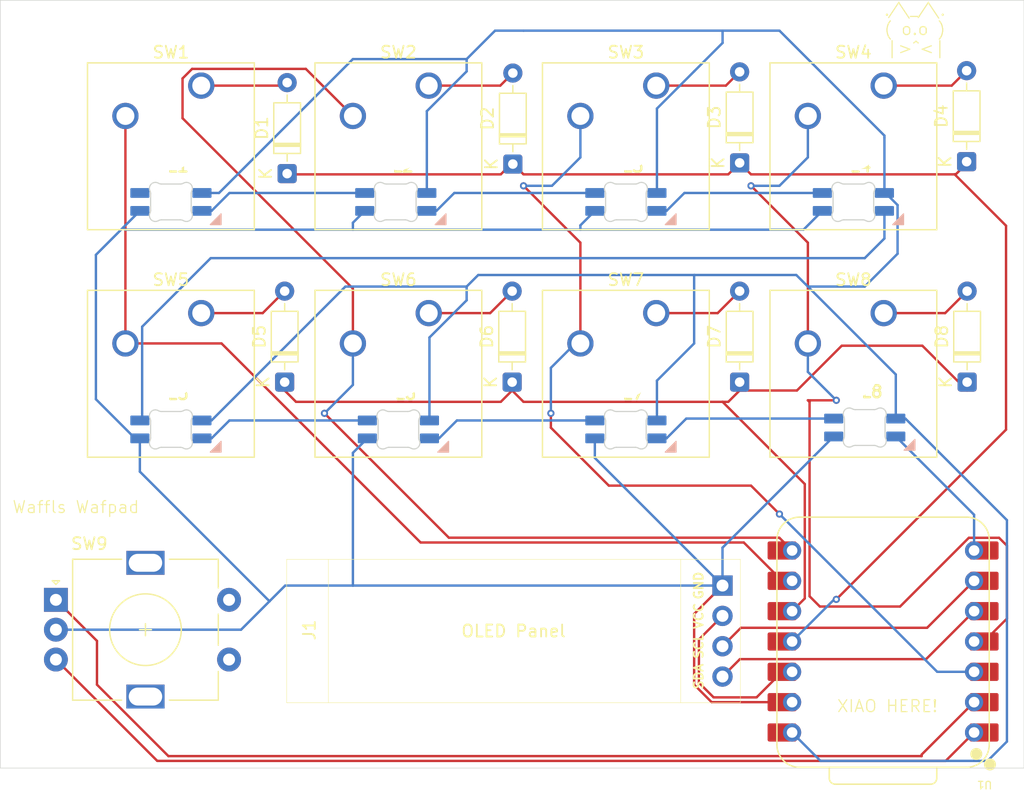
<source format=kicad_pcb>
(kicad_pcb (version 20241229) (generator "pcbnew") (generator_version "9.0")
  (layers (0 "F.Cu" signal) (2 "B.Cu" signal) (13 "F.Paste" user) (15 "B.Paste" user) (5 "F.SilkS" user "F.Silkscreen") (7 "B.SilkS" user "B.Silkscreen") (1 "F.Mask" user) (3 "B.Mask" user) (25 "Edge.Cuts" user))
  (net 0 "")
  (net 1 "GND")
  (net 2 "Net-(D1-A)")
  (net 3 "Net-(D2-A)")
  (net 4 "+5V")
  (net 5 "Net-(D3-A)")
  (net 6 "Net-(D4-A)")
  (net 7 "Net-(D5-A)")
  (net 8 "ROW0")
  (net 9 "Net-(D6-A)")
  (net 10 "Net-(D7-A)")
  (net 11 "Net-(D8-A)")
  (net 12 "ROW1")
  (net 13 "Net-(J1-Pin_4)")
  (net 14 "Net-(J1-Pin_3)")
  (net 15 "COL0")
  (net 16 "COL1")
  (net 17 "COL2")
  (net 18 "COL3")
  (net 20 "Net-(U1-GPIO26{slash}ADC0{slash}A0)")
  (net 22 "Net-(U1-GPIO27{slash}ADC1{slash}A1)")
  (net 23 "+3V3")
  (net 25 "Net-(L2-DIN)")
  (net 26 "Net-(L3-DIN)")
  (net 27 "Net-(L4-DIN)")
  (net 28 "Net-(L5-DIN)")
  (net 29 "Net-(L6-DIN)")
  (net 30 "Net-(L7-DIN)")
  (net 31 "Net-(L8-DIN)")
  (net 32 "Net-(L1-DIN)")
  (footprint "Diode_THT:D_DO-35_SOD27_P7.62mm_Horizontal" (layer "F.Cu") (at 158.59125 100.87125 90)
    (property "Reference" "D7")
    (property "Value" "1N4148WT")
  )
  (footprint "CarePackage:SK6812MINI-E_fixed" (layer "F.Cu") (at 110.96625 85.88375)
    (property "Reference" "L1")
    (property "Value" "SK6812MINI")
    (fp_line (start -1.699998 0.6) (end -1.699998 -0.805684) (stroke (width 0.1)) (layer "Edge.Cuts"))
    (fp_line (start -0.794451 -1.602841) (end 0.794454 -1.602841) (stroke (width 0.1)) (layer "Edge.Cuts"))
    (fp_line (start 0.794453 1.397158) (end -0.794451 1.397158) (stroke (width 0.1)) (layer "Edge.Cuts"))
    (fp_line (start 1.7 -0.805684) (end 1.7 0.6) (stroke (width 0.1)) (layer "Edge.Cuts"))
    (fp_arc (start -1.749483 -1.022562) (mid -1.712526 -0.91691) (end -1.699998 -0.805684) (stroke (width 0.1)) (layer "Edge.Cuts"))
    (fp_arc (start -1.749483 -1.022562) (mid -1.63807 -1.606877) (end -1.04671 -1.671141) (stroke (width 0.1)) (layer "Edge.Cuts"))
    (fp_arc (start -1.699998 0.600001) (mid -1.712526 0.711226) (end -1.749483 0.816878) (stroke (width 0.1)) (layer "Edge.Cuts"))
    (fp_arc (start -1.04671 1.465455) (mid -1.638069 1.401192) (end -1.749483 0.816878) (stroke (width 0.1)) (layer "Edge.Cuts"))
    (fp_arc (start -1.046709 1.465457) (mid -0.925121 1.414535) (end -0.794451 1.397158) (stroke (width 0.1)) (layer "Edge.Cuts"))
    (fp_arc (start -0.794452 -1.602842) (mid -0.925122 -1.620219) (end -1.04671 -1.671141) (stroke (width 0.1)) (layer "Edge.Cuts"))
    (fp_arc (start 0.794453 1.397158) (mid 0.925124 1.414535) (end 1.046712 1.465457) (stroke (width 0.1)) (layer "Edge.Cuts"))
    (fp_arc (start 1.046712 -1.67114) (mid 0.925124 -1.620218) (end 0.794454 -1.602841) (stroke (width 0.1)) (layer "Edge.Cuts"))
    (fp_arc (start 1.046712 -1.67114) (mid 1.638072 -1.606876) (end 1.749485 -1.022562) (stroke (width 0.1)) (layer "Edge.Cuts"))
    (fp_arc (start 1.7 -0.805685) (mid 1.712528 -0.91691) (end 1.749485 -1.022562) (stroke (width 0.1)) (layer "Edge.Cuts"))
    (fp_arc (start 1.749485 0.816877) (mid 1.638073 1.401193) (end 1.046712 1.465457) (stroke (width 0.1)) (layer "Edge.Cuts"))
    (fp_arc (start 1.749485 0.816878) (mid 1.712528 0.711226) (end 1.7 0.6) (stroke (width 0.1)) (layer "Edge.Cuts"))
  )
  (footprint "Button_Switch_Keyboard:SW_Cherry_MX_1.00u_PCB" (layer "F.Cu") (at 113.50625 76.04125)
    (property "Reference" "SW1")
    (property "Value" "SW_Push")
  )
  (footprint "CarePackage:SK6812MINI-E_fixed" (layer "F.Cu") (at 149.06625 85.88375)
    (property "Reference" "L3")
    (property "Value" "SK6812MINI")
    (fp_line (start -1.699998 0.6) (end -1.699998 -0.805684) (stroke (width 0.1)) (layer "Edge.Cuts"))
    (fp_line (start -0.794451 -1.602841) (end 0.794454 -1.602841) (stroke (width 0.1)) (layer "Edge.Cuts"))
    (fp_line (start 0.794453 1.397158) (end -0.794451 1.397158) (stroke (width 0.1)) (layer "Edge.Cuts"))
    (fp_line (start 1.7 -0.805684) (end 1.7 0.6) (stroke (width 0.1)) (layer "Edge.Cuts"))
    (fp_arc (start -1.749483 -1.022562) (mid -1.712526 -0.91691) (end -1.699998 -0.805684) (stroke (width 0.1)) (layer "Edge.Cuts"))
    (fp_arc (start -1.749483 -1.022562) (mid -1.63807 -1.606877) (end -1.04671 -1.671141) (stroke (width 0.1)) (layer "Edge.Cuts"))
    (fp_arc (start -1.699998 0.600001) (mid -1.712526 0.711226) (end -1.749483 0.816878) (stroke (width 0.1)) (layer "Edge.Cuts"))
    (fp_arc (start -1.04671 1.465455) (mid -1.638069 1.401192) (end -1.749483 0.816878) (stroke (width 0.1)) (layer "Edge.Cuts"))
    (fp_arc (start -1.046709 1.465457) (mid -0.925121 1.414535) (end -0.794451 1.397158) (stroke (width 0.1)) (layer "Edge.Cuts"))
    (fp_arc (start -0.794452 -1.602842) (mid -0.925122 -1.620219) (end -1.04671 -1.671141) (stroke (width 0.1)) (layer "Edge.Cuts"))
    (fp_arc (start 0.794453 1.397158) (mid 0.925124 1.414535) (end 1.046712 1.465457) (stroke (width 0.1)) (layer "Edge.Cuts"))
    (fp_arc (start 1.046712 -1.67114) (mid 0.925124 -1.620218) (end 0.794454 -1.602841) (stroke (width 0.1)) (layer "Edge.Cuts"))
    (fp_arc (start 1.046712 -1.67114) (mid 1.638072 -1.606876) (end 1.749485 -1.022562) (stroke (width 0.1)) (layer "Edge.Cuts"))
    (fp_arc (start 1.7 -0.805685) (mid 1.712528 -0.91691) (end 1.749485 -1.022562) (stroke (width 0.1)) (layer "Edge.Cuts"))
    (fp_arc (start 1.749485 0.816877) (mid 1.638073 1.401193) (end 1.046712 1.465457) (stroke (width 0.1)) (layer "Edge.Cuts"))
    (fp_arc (start 1.749485 0.816878) (mid 1.712528 0.711226) (end 1.7 0.6) (stroke (width 0.1)) (layer "Edge.Cuts"))
  )
  (footprint "OLED:SSD1306-0.91-OLED-4pin-128x32" (layer "F.Cu") (at 120.65625 115.7175)
    (property "Reference" "J1")
    (property "Value" "Conn_01x04_Pin")
  )
  (footprint "CarePackage:SK6812MINI-E_fixed" (layer "F.Cu") (at 130.01625 104.93375)
    (property "Reference" "L6")
    (property "Value" "SK6812MINI")
    (fp_line (start -1.699998 0.6) (end -1.699998 -0.805684) (stroke (width 0.1)) (layer "Edge.Cuts"))
    (fp_line (start -0.794451 -1.602841) (end 0.794454 -1.602841) (stroke (width 0.1)) (layer "Edge.Cuts"))
    (fp_line (start 0.794453 1.397158) (end -0.794451 1.397158) (stroke (width 0.1)) (layer "Edge.Cuts"))
    (fp_line (start 1.7 -0.805684) (end 1.7 0.6) (stroke (width 0.1)) (layer "Edge.Cuts"))
    (fp_arc (start -1.749483 -1.022562) (mid -1.712526 -0.91691) (end -1.699998 -0.805684) (stroke (width 0.1)) (layer "Edge.Cuts"))
    (fp_arc (start -1.749483 -1.022562) (mid -1.63807 -1.606877) (end -1.04671 -1.671141) (stroke (width 0.1)) (layer "Edge.Cuts"))
    (fp_arc (start -1.699998 0.600001) (mid -1.712526 0.711226) (end -1.749483 0.816878) (stroke (width 0.1)) (layer "Edge.Cuts"))
    (fp_arc (start -1.04671 1.465455) (mid -1.638069 1.401192) (end -1.749483 0.816878) (stroke (width 0.1)) (layer "Edge.Cuts"))
    (fp_arc (start -1.046709 1.465457) (mid -0.925121 1.414535) (end -0.794451 1.397158) (stroke (width 0.1)) (layer "Edge.Cuts"))
    (fp_arc (start -0.794452 -1.602842) (mid -0.925122 -1.620219) (end -1.04671 -1.671141) (stroke (width 0.1)) (layer "Edge.Cuts"))
    (fp_arc (start 0.794453 1.397158) (mid 0.925124 1.414535) (end 1.046712 1.465457) (stroke (width 0.1)) (layer "Edge.Cuts"))
    (fp_arc (start 1.046712 -1.67114) (mid 0.925124 -1.620218) (end 0.794454 -1.602841) (stroke (width 0.1)) (layer "Edge.Cuts"))
    (fp_arc (start 1.046712 -1.67114) (mid 1.638072 -1.606876) (end 1.749485 -1.022562) (stroke (width 0.1)) (layer "Edge.Cuts"))
    (fp_arc (start 1.7 -0.805685) (mid 1.712528 -0.91691) (end 1.749485 -1.022562) (stroke (width 0.1)) (layer "Edge.Cuts"))
    (fp_arc (start 1.749485 0.816877) (mid 1.638073 1.401193) (end 1.046712 1.465457) (stroke (width 0.1)) (layer "Edge.Cuts"))
    (fp_arc (start 1.749485 0.816878) (mid 1.712528 0.711226) (end 1.7 0.6) (stroke (width 0.1)) (layer "Edge.Cuts"))
  )
  (footprint "Diode_THT:D_DO-35_SOD27_P7.62mm_Horizontal" (layer "F.Cu") (at 177.6 82.41 90)
    (property "Reference" "D4")
    (property "Value" "1N4148WT")
  )
  (footprint "Diode_THT:D_DO-35_SOD27_P7.62mm_Horizontal" (layer "F.Cu") (at 139.54125 100.87125 90)
    (property "Reference" "D6")
    (property "Value" "1N4148WT")
  )
  (footprint "Diode_THT:D_DO-35_SOD27_P7.62mm_Horizontal" (layer "F.Cu") (at 177.64125 100.87125 90)
    (property "Reference" "D8")
    (property "Value" "1N4148WT")
  )
  (footprint "CarePackage:SK6812MINI-E_fixed" (layer "F.Cu") (at 168.11625 85.88375)
    (property "Reference" "L4")
    (property "Value" "SK6812MINI")
    (fp_line (start -1.699998 0.6) (end -1.699998 -0.805684) (stroke (width 0.1)) (layer "Edge.Cuts"))
    (fp_line (start -0.794451 -1.602841) (end 0.794454 -1.602841) (stroke (width 0.1)) (layer "Edge.Cuts"))
    (fp_line (start 0.794453 1.397158) (end -0.794451 1.397158) (stroke (width 0.1)) (layer "Edge.Cuts"))
    (fp_line (start 1.7 -0.805684) (end 1.7 0.6) (stroke (width 0.1)) (layer "Edge.Cuts"))
    (fp_arc (start -1.749483 -1.022562) (mid -1.712526 -0.91691) (end -1.699998 -0.805684) (stroke (width 0.1)) (layer "Edge.Cuts"))
    (fp_arc (start -1.749483 -1.022562) (mid -1.63807 -1.606877) (end -1.04671 -1.671141) (stroke (width 0.1)) (layer "Edge.Cuts"))
    (fp_arc (start -1.699998 0.600001) (mid -1.712526 0.711226) (end -1.749483 0.816878) (stroke (width 0.1)) (layer "Edge.Cuts"))
    (fp_arc (start -1.04671 1.465455) (mid -1.638069 1.401192) (end -1.749483 0.816878) (stroke (width 0.1)) (layer "Edge.Cuts"))
    (fp_arc (start -1.046709 1.465457) (mid -0.925121 1.414535) (end -0.794451 1.397158) (stroke (width 0.1)) (layer "Edge.Cuts"))
    (fp_arc (start -0.794452 -1.602842) (mid -0.925122 -1.620219) (end -1.04671 -1.671141) (stroke (width 0.1)) (layer "Edge.Cuts"))
    (fp_arc (start 0.794453 1.397158) (mid 0.925124 1.414535) (end 1.046712 1.465457) (stroke (width 0.1)) (layer "Edge.Cuts"))
    (fp_arc (start 1.046712 -1.67114) (mid 0.925124 -1.620218) (end 0.794454 -1.602841) (stroke (width 0.1)) (layer "Edge.Cuts"))
    (fp_arc (start 1.046712 -1.67114) (mid 1.638072 -1.606876) (end 1.749485 -1.022562) (stroke (width 0.1)) (layer "Edge.Cuts"))
    (fp_arc (start 1.7 -0.805685) (mid 1.712528 -0.91691) (end 1.749485 -1.022562) (stroke (width 0.1)) (layer "Edge.Cuts"))
    (fp_arc (start 1.749485 0.816877) (mid 1.638073 1.401193) (end 1.046712 1.465457) (stroke (width 0.1)) (layer "Edge.Cuts"))
    (fp_arc (start 1.749485 0.816878) (mid 1.712528 0.711226) (end 1.7 0.6) (stroke (width 0.1)) (layer "Edge.Cuts"))
  )
  (footprint "CarePackage:SK6812MINI-E_fixed" (layer "F.Cu") (at 129.797499 85.88375)
    (property "Reference" "L2")
    (property "Value" "SK6812MINI")
    (fp_line (start -1.699998 0.6) (end -1.699998 -0.805684) (stroke (width 0.1)) (layer "Edge.Cuts"))
    (fp_line (start -0.794451 -1.602841) (end 0.794454 -1.602841) (stroke (width 0.1)) (layer "Edge.Cuts"))
    (fp_line (start 0.794453 1.397158) (end -0.794451 1.397158) (stroke (width 0.1)) (layer "Edge.Cuts"))
    (fp_line (start 1.7 -0.805684) (end 1.7 0.6) (stroke (width 0.1)) (layer "Edge.Cuts"))
    (fp_arc (start -1.749483 -1.022562) (mid -1.712526 -0.91691) (end -1.699998 -0.805684) (stroke (width 0.1)) (layer "Edge.Cuts"))
    (fp_arc (start -1.749483 -1.022562) (mid -1.63807 -1.606877) (end -1.04671 -1.671141) (stroke (width 0.1)) (layer "Edge.Cuts"))
    (fp_arc (start -1.699998 0.600001) (mid -1.712526 0.711226) (end -1.749483 0.816878) (stroke (width 0.1)) (layer "Edge.Cuts"))
    (fp_arc (start -1.04671 1.465455) (mid -1.638069 1.401192) (end -1.749483 0.816878) (stroke (width 0.1)) (layer "Edge.Cuts"))
    (fp_arc (start -1.046709 1.465457) (mid -0.925121 1.414535) (end -0.794451 1.397158) (stroke (width 0.1)) (layer "Edge.Cuts"))
    (fp_arc (start -0.794452 -1.602842) (mid -0.925122 -1.620219) (end -1.04671 -1.671141) (stroke (width 0.1)) (layer "Edge.Cuts"))
    (fp_arc (start 0.794453 1.397158) (mid 0.925124 1.414535) (end 1.046712 1.465457) (stroke (width 0.1)) (layer "Edge.Cuts"))
    (fp_arc (start 1.046712 -1.67114) (mid 0.925124 -1.620218) (end 0.794454 -1.602841) (stroke (width 0.1)) (layer "Edge.Cuts"))
    (fp_arc (start 1.046712 -1.67114) (mid 1.638072 -1.606876) (end 1.749485 -1.022562) (stroke (width 0.1)) (layer "Edge.Cuts"))
    (fp_arc (start 1.7 -0.805685) (mid 1.712528 -0.91691) (end 1.749485 -1.022562) (stroke (width 0.1)) (layer "Edge.Cuts"))
    (fp_arc (start 1.749485 0.816877) (mid 1.638073 1.401193) (end 1.046712 1.465457) (stroke (width 0.1)) (layer "Edge.Cuts"))
    (fp_arc (start 1.749485 0.816878) (mid 1.712528 0.711226) (end 1.7 0.6) (stroke (width 0.1)) (layer "Edge.Cuts"))
  )
  (footprint "Diode_THT:D_DO-35_SOD27_P7.62mm_Horizontal" (layer "F.Cu") (at 158.59125 82.51 90)
    (property "Reference" "D3")
    (property "Value" "1N4148WT")
  )
  (footprint "Diode_THT:D_DO-35_SOD27_P7.62mm_Horizontal" (layer "F.Cu") (at 139.6 82.61 90)
    (property "Reference" "D2")
    (property "Value" "1N4148WT")
  )
  (footprint "Rotary_Encoder:RotaryEncoder_Alps_EC11E-Switch_Vertical_H20mm" (layer "F.Cu") (at 101.335 119.1025)
    (property "Reference" "SW9")
    (property "Value" "RotaryEncoder_Switch")
  )
  (footprint "Button_Switch_Keyboard:SW_Cherry_MX_1.00u_PCB" (layer "F.Cu") (at 151.60625 76.04125)
    (property "Reference" "SW3")
    (property "Value" "SW_Push")
  )
  (footprint "CarePackage:SK6812MINI-E_fixed" (layer "F.Cu") (at 169.06875 104.775)
    (property "Reference" "L8")
    (property "Value" "SK6812MINI")
    (fp_line (start -1.699998 0.6) (end -1.699998 -0.805684) (stroke (width 0.1)) (layer "Edge.Cuts"))
    (fp_line (start -0.794451 -1.602841) (end 0.794454 -1.602841) (stroke (width 0.1)) (layer "Edge.Cuts"))
    (fp_line (start 0.794453 1.397158) (end -0.794451 1.397158) (stroke (width 0.1)) (layer "Edge.Cuts"))
    (fp_line (start 1.7 -0.805684) (end 1.7 0.6) (stroke (width 0.1)) (layer "Edge.Cuts"))
    (fp_arc (start -1.749483 -1.022562) (mid -1.712526 -0.91691) (end -1.699998 -0.805684) (stroke (width 0.1)) (layer "Edge.Cuts"))
    (fp_arc (start -1.749483 -1.022562) (mid -1.63807 -1.606877) (end -1.04671 -1.671141) (stroke (width 0.1)) (layer "Edge.Cuts"))
    (fp_arc (start -1.699998 0.600001) (mid -1.712526 0.711226) (end -1.749483 0.816878) (stroke (width 0.1)) (layer "Edge.Cuts"))
    (fp_arc (start -1.04671 1.465455) (mid -1.638069 1.401192) (end -1.749483 0.816878) (stroke (width 0.1)) (layer "Edge.Cuts"))
    (fp_arc (start -1.046709 1.465457) (mid -0.925121 1.414535) (end -0.794451 1.397158) (stroke (width 0.1)) (layer "Edge.Cuts"))
    (fp_arc (start -0.794452 -1.602842) (mid -0.925122 -1.620219) (end -1.04671 -1.671141) (stroke (width 0.1)) (layer "Edge.Cuts"))
    (fp_arc (start 0.794453 1.397158) (mid 0.925124 1.414535) (end 1.046712 1.465457) (stroke (width 0.1)) (layer "Edge.Cuts"))
    (fp_arc (start 1.046712 -1.67114) (mid 0.925124 -1.620218) (end 0.794454 -1.602841) (stroke (width 0.1)) (layer "Edge.Cuts"))
    (fp_arc (start 1.046712 -1.67114) (mid 1.638072 -1.606876) (end 1.749485 -1.022562) (stroke (width 0.1)) (layer "Edge.Cuts"))
    (fp_arc (start 1.7 -0.805685) (mid 1.712528 -0.91691) (end 1.749485 -1.022562) (stroke (width 0.1)) (layer "Edge.Cuts"))
    (fp_arc (start 1.749485 0.816877) (mid 1.638073 1.401193) (end 1.046712 1.465457) (stroke (width 0.1)) (layer "Edge.Cuts"))
    (fp_arc (start 1.749485 0.816878) (mid 1.712528 0.711226) (end 1.7 0.6) (stroke (width 0.1)) (layer "Edge.Cuts"))
  )
  (footprint "Button_Switch_Keyboard:SW_Cherry_MX_1.00u_PCB" (layer "F.Cu") (at 132.55625 76.04125)
    (property "Reference" "SW2")
    (property "Value" "SW_Push")
  )
  (footprint "CarePackage:SK6812MINI-E_fixed" (layer "F.Cu") (at 110.96625 104.93375)
    (property "Reference" "L5")
    (property "Value" "SK6812MINI")
    (fp_line (start -1.699998 0.6) (end -1.699998 -0.805684) (stroke (width 0.1)) (layer "Edge.Cuts"))
    (fp_line (start -0.794451 -1.602841) (end 0.794454 -1.602841) (stroke (width 0.1)) (layer "Edge.Cuts"))
    (fp_line (start 0.794453 1.397158) (end -0.794451 1.397158) (stroke (width 0.1)) (layer "Edge.Cuts"))
    (fp_line (start 1.7 -0.805684) (end 1.7 0.6) (stroke (width 0.1)) (layer "Edge.Cuts"))
    (fp_arc (start -1.749483 -1.022562) (mid -1.712526 -0.91691) (end -1.699998 -0.805684) (stroke (width 0.1)) (layer "Edge.Cuts"))
    (fp_arc (start -1.749483 -1.022562) (mid -1.63807 -1.606877) (end -1.04671 -1.671141) (stroke (width 0.1)) (layer "Edge.Cuts"))
    (fp_arc (start -1.699998 0.600001) (mid -1.712526 0.711226) (end -1.749483 0.816878) (stroke (width 0.1)) (layer "Edge.Cuts"))
    (fp_arc (start -1.04671 1.465455) (mid -1.638069 1.401192) (end -1.749483 0.816878) (stroke (width 0.1)) (layer "Edge.Cuts"))
    (fp_arc (start -1.046709 1.465457) (mid -0.925121 1.414535) (end -0.794451 1.397158) (stroke (width 0.1)) (layer "Edge.Cuts"))
    (fp_arc (start -0.794452 -1.602842) (mid -0.925122 -1.620219) (end -1.04671 -1.671141) (stroke (width 0.1)) (layer "Edge.Cuts"))
    (fp_arc (start 0.794453 1.397158) (mid 0.925124 1.414535) (end 1.046712 1.465457) (stroke (width 0.1)) (layer "Edge.Cuts"))
    (fp_arc (start 1.046712 -1.67114) (mid 0.925124 -1.620218) (end 0.794454 -1.602841) (stroke (width 0.1)) (layer "Edge.Cuts"))
    (fp_arc (start 1.046712 -1.67114) (mid 1.638072 -1.606876) (end 1.749485 -1.022562) (stroke (width 0.1)) (layer "Edge.Cuts"))
    (fp_arc (start 1.7 -0.805685) (mid 1.712528 -0.91691) (end 1.749485 -1.022562) (stroke (width 0.1)) (layer "Edge.Cuts"))
    (fp_arc (start 1.749485 0.816877) (mid 1.638073 1.401193) (end 1.046712 1.465457) (stroke (width 0.1)) (layer "Edge.Cuts"))
    (fp_arc (start 1.749485 0.816878) (mid 1.712528 0.711226) (end 1.7 0.6) (stroke (width 0.1)) (layer "Edge.Cuts"))
  )
  (footprint "OPL:XIAO-RP2040-DIP" (layer "F.Cu") (at 170.60375 122.59 180)
    (property "Reference" "U1")
    (property "Value" "XIAO-RP2040-DIP")
  )
  (footprint "Button_Switch_Keyboard:SW_Cherry_MX_1.00u_PCB" (layer "F.Cu") (at 151.60625 95.09125)
    (property "Reference" "SW7")
    (property "Value" "SW_Push")
  )
  (footprint "Button_Switch_Keyboard:SW_Cherry_MX_1.00u_PCB" (layer "F.Cu") (at 170.65625 95.09125)
    (property "Reference" "SW8")
    (property "Value" "SW_Push")
  )
  (footprint "Diode_THT:D_DO-35_SOD27_P7.62mm_Horizontal" (layer "F.Cu") (at 120.49125 100.87125 90)
    (property "Reference" "D5")
    (property "Value" "1N4148WT")
  )
  (footprint "Button_Switch_Keyboard:SW_Cherry_MX_1.00u_PCB" (layer "F.Cu") (at 132.55625 95.09125)
    (property "Reference" "SW6")
    (property "Value" "SW_Push")
  )
  (footprint "Button_Switch_Keyboard:SW_Cherry_MX_1.00u_PCB" (layer "F.Cu") (at 113.50625 95.09125)
    (property "Reference" "SW5")
    (property "Value" "SW_Push")
  )
  (footprint "Button_Switch_Keyboard:SW_Cherry_MX_1.00u_PCB" (layer "F.Cu") (at 170.65625 76.04125)
    (property "Reference" "SW4")
    (property "Value" "SW_Push")
  )
  (footprint "Diode_THT:D_DO-35_SOD27_P7.62mm_Horizontal" (layer "F.Cu") (at 120.7 83.41 90)
    (property "Reference" "D1")
    (property "Value" "1N4148WT")
  )
  (footprint "CarePackage:SK6812MINI-E_fixed" (layer "F.Cu") (at 149.06625 104.93375)
    (property "Reference" "L7")
    (property "Value" "SK6812MINI")
    (fp_line (start -1.699998 0.6) (end -1.699998 -0.805684) (stroke (width 0.1)) (layer "Edge.Cuts"))
    (fp_line (start -0.794451 -1.602841) (end 0.794454 -1.602841) (stroke (width 0.1)) (layer "Edge.Cuts"))
    (fp_line (start 0.794453 1.397158) (end -0.794451 1.397158) (stroke (width 0.1)) (layer "Edge.Cuts"))
    (fp_line (start 1.7 -0.805684) (end 1.7 0.6) (stroke (width 0.1)) (layer "Edge.Cuts"))
    (fp_arc (start -1.749483 -1.022562) (mid -1.712526 -0.91691) (end -1.699998 -0.805684) (stroke (width 0.1)) (layer "Edge.Cuts"))
    (fp_arc (start -1.749483 -1.022562) (mid -1.63807 -1.606877) (end -1.04671 -1.671141) (stroke (width 0.1)) (layer "Edge.Cuts"))
    (fp_arc (start -1.699998 0.600001) (mid -1.712526 0.711226) (end -1.749483 0.816878) (stroke (width 0.1)) (layer "Edge.Cuts"))
    (fp_arc (start -1.04671 1.465455) (mid -1.638069 1.401192) (end -1.749483 0.816878) (stroke (width 0.1)) (layer "Edge.Cuts"))
    (fp_arc (start -1.046709 1.465457) (mid -0.925121 1.414535) (end -0.794451 1.397158) (stroke (width 0.1)) (layer "Edge.Cuts"))
    (fp_arc (start -0.794452 -1.602842) (mid -0.925122 -1.620219) (end -1.04671 -1.671141) (stroke (width 0.1)) (layer "Edge.Cuts"))
    (fp_arc (start 0.794453 1.397158) (mid 0.925124 1.414535) (end 1.046712 1.465457) (stroke (width 0.1)) (layer "Edge.Cuts"))
    (fp_arc (start 1.046712 -1.67114) (mid 0.925124 -1.620218) (end 0.794454 -1.602841) (stroke (width 0.1)) (layer "Edge.Cuts"))
    (fp_arc (start 1.046712 -1.67114) (mid 1.638072 -1.606876) (end 1.749485 -1.022562) (stroke (width 0.1)) (layer "Edge.Cuts"))
    (fp_arc (start 1.7 -0.805685) (mid 1.712528 -0.91691) (end 1.749485 -1.022562) (stroke (width 0.1)) (layer "Edge.Cuts"))
    (fp_arc (start 1.749485 0.816877) (mid 1.638073 1.401193) (end 1.046712 1.465457) (stroke (width 0.1)) (layer "Edge.Cuts"))
    (fp_arc (start 1.749485 0.816878) (mid 1.712528 0.711226) (end 1.7 0.6) (stroke (width 0.1)) (layer "Edge.Cuts"))
  )
  (gr_rect (start 96.67875 68.89625) (end 182.40375 133.19) (stroke (width 0.05)) (fill no) (layer "Edge.Cuts"))
  (gr_text "./\\_/\\.\n( o.o )\n|>^<|" (at 175.9 73.5 0) (layer "F.SilkS") (effects (font (size 1 1) (thickness 0.1)) (justify left bottom mirror)))
  (gr_text "Waffls Wafpad" (at 97.63125 111.91875 0) (layer "F.SilkS") (effects (font (size 1 1) (thickness 0.1)) (justify left bottom)))
  (gr_text "XIAO HERE!" (at 166.6875 128.5875 0) (layer "F.SilkS") (effects (font (size 1 1) (thickness 0.1)) (justify left bottom)))
  (segment (start 156.245 127.67) (end 162.14875 127.67) (width 0.2) (layer "F.Cu") (net 1))
  (segment (start 154.78125 126.20625) (end 156.245 127.67) (width 0.2) (layer "F.Cu") (net 1))
  (segment (start 154.78125 120.2825) (end 154.78125 126.20625) (width 0.2) (layer "F.Cu") (net 1))
  (segment (start 157.15625 117.9075) (end 154.78125 120.2825) (width 0.2) (layer "F.Cu") (net 1))
  (segment (start 146.466251 107.217501) (end 157.15625 117.9075) (width 0.2) (layer "B.Cu") (net 1))
  (segment (start 107.962158 105.580908) (end 104.68525 102.304) (width 0.2) (layer "B.Cu") (net 1))
  (segment (start 101.335 121.6025) (end 116.84 121.6025) (width 0.2) (layer "B.Cu") (net 1))
  (segment (start 126.20625 117.9075) (end 157.15625 117.9075) (width 0.2) (layer "B.Cu") (net 1))
  (segment (start 146.466251 86.530908) (end 145.25625 87.740909) (width 0.2) (layer "B.Cu") (net 1))
  (segment (start 108.366251 105.580908) (end 108.366251 108.366251) (width 0.2) (layer "B.Cu") (net 1))
  (segment (start 108.366251 108.366251) (end 119.22125 119.22125) (width 0.2) (layer "B.Cu") (net 1))
  (segment (start 108.366251 86.530908) (end 108.55725 86.721907) (width 0.2) (layer "B.Cu") (net 1))
  (segment (start 108.366251 105.580908) (end 107.962158 105.580908) (width 0.2) (layer "B.Cu") (net 1))
  (segment (start 126.20625 87.522158) (end 126.20625 88.10625) (width 0.2) (layer "B.Cu") (net 1))
  (segment (start 127.416251 105.580908) (end 126.20625 106.790909) (width 0.2) (layer "B.Cu") (net 1))
  (segment (start 104.68525 90.211909) (end 106.973579 87.923579) (width 0.2) (layer "B.Cu") (net 1))
  (segment (start 107.15625 88.10625) (end 126.20625 88.10625) (width 0.2) (layer "B.Cu") (net 1))
  (segment (start 126.20625 88.10625) (end 145.25625 88.10625) (width 0.2) (layer "B.Cu") (net 1))
  (segment (start 119.22125 119.22125) (end 120.535 117.9075) (width 0.2) (layer "B.Cu") (net 1))
  (segment (start 145.25625 87.740909) (end 145.25625 88.10625) (width 0.2) (layer "B.Cu") (net 1))
  (segment (start 126.20625 106.790909) (end 126.20625 117.9075) (width 0.2) (layer "B.Cu") (net 1))
  (segment (start 146.466251 105.580908) (end 146.466251 107.217501) (width 0.2) (layer "B.Cu") (net 1))
  (segment (start 106.973579 87.923579) (end 108.366251 86.530908) (width 0.2) (layer "B.Cu") (net 1))
  (segment (start 127.1975 86.530908) (end 126.20625 87.522158) (width 0.2) (layer "B.Cu") (net 1))
  (segment (start 116.84 121.6025) (end 119.22125 119.22125) (width 0.2) (layer "B.Cu") (net 1))
  (segment (start 106.973579 87.923579) (end 107.15625 88.10625) (width 0.2) (layer "B.Cu") (net 1))
  (segment (start 120.535 117.9075) (end 126.20625 117.9075) (width 0.2) (layer "B.Cu") (net 1))
  (segment (start 166.468751 105.422158) (end 157.15625 114.734659) (width 0.2) (layer "B.Cu") (net 1))
  (segment (start 104.68525 102.304) (end 104.68525 90.211909) (width 0.2) (layer "B.Cu") (net 1))
  (segment (start 145.25625 88.10625) (end 163.940909 88.10625) (width 0.2) (layer "B.Cu") (net 1))
  (segment (start 157.15625 114.734659) (end 157.15625 117.9075) (width 0.2) (layer "B.Cu") (net 1))
  (segment (start 163.940909 88.10625) (end 165.516251 86.530908) (width 0.2) (layer "B.Cu") (net 1))
  (segment (start 113.50625 76.04125) (end 120.49125 76.04125) (width 0.2) (layer "F.Cu") (net 2))
  (segment (start 138.54875 76.04125) (end 139.6 74.99) (width 0.2) (layer "F.Cu") (net 3))
  (segment (start 132.55625 76.04125) (end 138.54875 76.04125) (width 0.2) (layer "F.Cu") (net 3))
  (segment (start 135.73125 92.86875) (end 125.578409 92.86875) (width 0.2) (layer "B.Cu") (net 4))
  (segment (start 170.716251 85.030908) (end 170.716251 80.396435) (width 0.2) (layer "B.Cu") (net 4))
  (segment (start 170.716251 85.030908) (end 170.806165 85.030908) (width 0.2) (layer "B.Cu") (net 4))
  (segment (start 180.975 112.428407) (end 180.975 130.96875) (width 0.2) (layer "B.Cu") (net 4))
  (segment (start 132.616251 104.080908) (end 132.616251 97.132565) (width 0.2) (layer "B.Cu") (net 4))
  (segment (start 132.3975 78.181314) (end 135.73125 74.847564) (width 0.2) (layer "B.Cu") (net 4))
  (segment (start 172.468751 103.922158) (end 180.975 112.428407) (width 0.2) (layer "B.Cu") (net 4))
  (segment (start 154.78125 91.91875) (end 154.8 91.9) (width 0.2) (layer "B.Cu") (net 4))
  (segment (start 180.975 130.96875) (end 179.35475 132.589) (width 0.2) (layer "B.Cu") (net 4))
  (segment (start 154.8 91.9) (end 136.7 91.9) (width 0.2) (layer "B.Cu") (net 4))
  (segment (start 151.666251 77.962563) (end 151.666251 85.030908) (width 0.2) (layer "B.Cu") (net 4))
  (segment (start 171.668751 103.922158) (end 171.668751 100.231251) (width 0.2) (layer "B.Cu") (net 4))
  (segment (start 171.817251 86.041994) (end 171.817251 90.120249) (width 0.2) (layer "B.Cu") (net 4))
  (segment (start 170.716251 80.228751) (end 161.925 71.4375) (width 0.2) (layer "B.Cu") (net 4))
  (segment (start 114.366251 104.080908) (end 113.566251 104.080908) (width 0.2) (layer "B.Cu") (net 4))
  (segment (start 132.3975 85.030908) (end 132.3975 78.181314) (width 0.2) (layer "B.Cu") (net 4))
  (segment (start 151.666251 100.746249) (end 154.78125 97.63125) (width 0.2) (layer "B.Cu") (net 4))
  (segment (start 136.7 91.9) (end 135.73125 92.86875) (width 0.2) (layer "B.Cu") (net 4))
  (segment (start 125.578409 92.86875) (end 114.366251 104.080908) (width 0.2) (layer "B.Cu") (net 4))
  (segment (start 114.994092 85.030908) (end 113.566251 85.030908) (width 0.2) (layer "B.Cu") (net 4))
  (segment (start 171.668751 100.231251) (end 164.30625 92.86875) (width 0.2) (layer "B.Cu") (net 4))
  (segment (start 135.73125 94.017566) (end 135.73125 92.86875) (width 0.2) (layer "B.Cu") (net 4))
  (segment (start 151.666251 104.080908) (end 151.666251 100.746249) (width 0.2) (layer "B.Cu") (net 4))
  (segment (start 154.78125 97.63125) (end 154.78125 91.91875) (width 0.2) (layer "B.Cu") (net 4))
  (segment (start 126.20625 73.81875) (end 114.994092 85.030908) (width 0.2) (layer "B.Cu") (net 4))
  (segment (start 140.49375 71.4375) (end 161.925 71.4375) (width 0.2) (layer "B.Cu") (net 4))
  (segment (start 135.73125 73.81875) (end 126.20625 73.81875) (width 0.2) (layer "B.Cu") (net 4))
  (segment (start 154.78125 74.847564) (end 157.1625 72.466314) (width 0.2) (layer "B.Cu") (net 4))
  (segment (start 135.73125 74.847564) (end 135.73125 73.81875) (width 0.2) (layer "B.Cu") (net 4))
  (segment (start 157.1625 72.466314) (end 157.1625 71.4375) (width 0.2) (layer "B.Cu") (net 4))
  (segment (start 163.3375 91.9) (end 154.8 91.9) (width 0.2) (layer "B.Cu") (net 4))
  (segment (start 169.06875 92.86875) (end 164.30625 92.86875) (width 0.2) (layer "B.Cu") (net 4))
  (segment (start 179.35475 132.589) (end 165.36275 132.589) (width 0.2) (layer "B.Cu") (net 4))
  (segment (start 135.73125 73.81875) (end 138.1125 71.4375) (width 0.2) (layer "B.Cu") (net 4))
  (segment (start 170.806165 85.030908) (end 171.817251 86.041994) (width 0.2) (layer "B.Cu") (net 4))
  (segment (start 138.1125 71.4375) (end 140.49375 71.4375) (width 0.2) (layer "B.Cu") (net 4))
  (segment (start 171.668751 103.922158) (end 172.468751 103.922158) (width 0.2) (layer "B.Cu") (net 4))
  (segment (start 171.817251 90.120249) (end 169.06875 92.86875) (width 0.2) (layer "B.Cu") (net 4))
  (segment (start 132.616251 97.132565) (end 135.73125 94.017566) (width 0.2) (layer "B.Cu") (net 4))
  (segment (start 165.36275 132.589) (end 162.98375 130.21) (width 0.2) (layer "B.Cu") (net 4))
  (segment (start 170.716251 80.396435) (end 170.716251 80.228751) (width 0.2) (layer "B.Cu") (net 4))
  (segment (start 151.666251 77.962563) (end 154.78125 74.847564) (width 0.2) (layer "B.Cu") (net 4))
  (segment (start 164.30625 92.86875) (end 163.3375 91.9) (width 0.2) (layer "B.Cu") (net 4))
  (segment (start 157.44 76.04125) (end 158.59125 74.89) (width 0.2) (layer "F.Cu") (net 5))
  (segment (start 151.60625 76.04125) (end 157.44 76.04125) (width 0.2) (layer "F.Cu") (net 5))
  (segment (start 176.34875 76.04125) (end 177.6 74.79) (width 0.2) (layer "F.Cu") (net 6))
  (segment (start 170.65625 76.04125) (end 176.34875 76.04125) (width 0.2) (layer "F.Cu") (net 6))
  (segment (start 113.50625 95.09125) (end 118.65125 95.09125) (width 0.2) (layer "F.Cu") (net 7))
  (segment (start 118.65125 95.09125) (end 120.49125 93.25125) (width 0.2) (layer "F.Cu") (net 7))
  (segment (start 157.64025 83.47225) (end 158.59125 82.52125) (width 0.2) (layer "F.Cu") (net 8))
  (segment (start 159.54225 83.47225) (end 176.6 83.47225) (width 0.2) (layer "F.Cu") (net 8))
  (segment (start 158.59125 82.52125) (end 159.54225 83.47225) (width 0.2) (layer "F.Cu") (net 8))
  (segment (start 120.76225 83.47225) (end 138.59025 83.47225) (width 0.2) (layer "F.Cu") (net 8))
  (segment (start 120.7 83.41) (end 120.76225 83.47225) (width 0.2) (layer "F.Cu") (net 8))
  (segment (start 180.9 104.85) (end 166.6875 119.0625) (width 0.2) (layer "F.Cu") (net 8))
  (segment (start 139.54125 82.52125) (end 140.49225 83.47225) (width 0.2) (layer "F.Cu") (net 8))
  (segment (start 176.6 83.47225) (end 180.9 87.77225) (width 0.2) (layer "F.Cu") (net 8))
  (segment (start 138.59025 83.47225) (end 139.54125 82.52125) (width 0.2) (layer "F.Cu") (net 8))
  (segment (start 176.69025 83.47225) (end 177.64125 82.52125) (width 0.2) (layer "F.Cu") (net 8))
  (segment (start 176.6 83.47225) (end 176.69025 83.47225) (width 0.2) (layer "F.Cu") (net 8))
  (segment (start 180.9 87.77225) (end 180.9 104.85) (width 0.2) (layer "F.Cu") (net 8))
  (segment (start 140.49225 83.47225) (end 157.64025 83.47225) (width 0.2) (layer "F.Cu") (net 8))
  (via (at 166.6875 119.0625) (size 0.6) (drill 0.3) (layers "F.Cu" "B.Cu") (net 8))
  (segment (start 166.6875 119.0625) (end 166.51125 119.0625) (width 0.2) (layer "B.Cu") (net 8))
  (segment (start 166.51125 119.0625) (end 162.98375 122.59) (width 0.2) (layer "B.Cu") (net 8))
  (segment (start 137.70125 95.09125) (end 139.54125 93.25125) (width 0.2) (layer "F.Cu") (net 9))
  (segment (start 132.55625 95.09125) (end 137.70125 95.09125) (width 0.2) (layer "F.Cu") (net 9))
  (segment (start 156.75125 95.09125) (end 158.59125 93.25125) (width 0.2) (layer "F.Cu") (net 10))
  (segment (start 151.60625 95.09125) (end 156.75125 95.09125) (width 0.2) (layer "F.Cu") (net 10))
  (segment (start 175.80125 95.09125) (end 177.64125 93.25125) (width 0.2) (layer "F.Cu") (net 11))
  (segment (start 170.65625 95.09125) (end 175.80125 95.09125) (width 0.2) (layer "F.Cu") (net 11))
  (segment (start 120.49125 101.57125) (end 121.44225 102.52225) (width 0.2) (layer "F.Cu") (net 12))
  (segment (start 158.59125 101.57125) (end 163.391434 101.57125) (width 0.2) (layer "F.Cu") (net 12))
  (segment (start 157.64025 102.52225) (end 158.59125 101.57125) (width 0.2) (layer "F.Cu") (net 12))
  (segment (start 164.04675 109.4065) (end 164.04675 118.987) (width 0.2) (layer "F.Cu") (net 12))
  (segment (start 138.59025 102.52225) (end 139.54125 101.57125) (width 0.2) (layer "F.Cu") (net 12))
  (segment (start 164.04675 118.987) (end 162.98375 120.05) (width 0.2) (layer "F.Cu") (net 12))
  (segment (start 140.49225 102.52225) (end 157.1625 102.52225) (width 0.2) (layer "F.Cu") (net 12))
  (segment (start 139.54125 101.57125) (end 140.49225 102.52225) (width 0.2) (layer "F.Cu") (net 12))
  (segment (start 163.391434 101.57125) (end 167.142434 97.82025) (width 0.2) (layer "F.Cu") (net 12))
  (segment (start 157.1625 102.52225) (end 157.64025 102.52225) (width 0.2) (layer "F.Cu") (net 12))
  (segment (start 173.89025 97.82025) (end 177.64125 101.57125) (width 0.2) (layer "F.Cu") (net 12))
  (segment (start 157.1625 102.52225) (end 164.04675 109.4065) (width 0.2) (layer "F.Cu") (net 12))
  (segment (start 167.142434 97.82025) (end 173.89025 97.82025) (width 0.2) (layer "F.Cu") (net 12))
  (segment (start 121.44225 102.52225) (end 138.59025 102.52225) (width 0.2) (layer "F.Cu") (net 12))
  (segment (start 174.20675 124.067) (end 178.22375 120.05) (width 0.2) (layer "F.Cu") (net 13))
  (segment (start 157.15625 125.5275) (end 158.61675 124.067) (width 0.2) (layer "F.Cu") (net 13))
  (segment (start 158.61675 124.067) (end 174.20675 124.067) (width 0.2) (layer "F.Cu") (net 13))
  (segment (start 157.15625 122.9875) (end 158.7 121.44375) (width 0.2) (layer "F.Cu") (net 14))
  (segment (start 174.29 121.44375) (end 178.22375 117.51) (width 0.2) (layer "F.Cu") (net 14))
  (segment (start 158.7 121.44375) (end 174.29 121.44375) (width 0.2) (layer "F.Cu") (net 14))
  (segment (start 158.93875 114.3) (end 162.14875 117.51) (width 0.2) (layer "F.Cu") (net 15))
  (segment (start 131.87347 114.3) (end 158.93875 114.3) (width 0.2) (layer "F.Cu") (net 15))
  (segment (start 107.15625 97.63125) (end 115.20472 97.63125) (width 0.2) (layer "F.Cu") (net 15))
  (segment (start 115.20472 97.63125) (end 131.87347 114.3) (width 0.2) (layer "F.Cu") (net 15))
  (segment (start 107.15625 78.58125) (end 107.15625 97.63125) (width 0.2) (layer "F.Cu") (net 15))
  (segment (start 111.940066 75.440434) (end 111.940066 78.77025) (width 0.2) (layer "F.Cu") (net 16))
  (segment (start 161.91275 113.899) (end 162.98375 114.97) (width 0.2) (layer "F.Cu") (net 16))
  (segment (start 122.26525 74.64025) (end 112.74025 74.64025) (width 0.2) (layer "F.Cu") (net 16))
  (segment (start 123.825 103.480908) (end 134.243092 113.899) (width 0.2) (layer "F.Cu") (net 16))
  (segment (start 111.940066 78.77025) (end 126.20625 93.036434) (width 0.2) (layer "F.Cu") (net 16))
  (segment (start 134.243092 113.899) (end 161.91275 113.899) (width 0.2) (layer "F.Cu") (net 16))
  (segment (start 112.74025 74.64025) (end 111.940066 75.440434) (width 0.2) (layer "F.Cu") (net 16))
  (segment (start 126.20625 78.58125) (end 122.26525 74.64025) (width 0.2) (layer "F.Cu") (net 16))
  (segment (start 126.20625 93.036434) (end 126.20625 97.63125) (width 0.2) (layer "F.Cu") (net 16))
  (via (at 123.825 103.480908) (size 0.6) (drill 0.3) (layers "F.Cu" "B.Cu") (net 16))
  (segment (start 126.20625 101.099658) (end 123.825 103.480908) (width 0.2) (layer "B.Cu") (net 16))
  (segment (start 126.20625 97.63125) (end 126.20625 101.099658) (width 0.2) (layer "B.Cu") (net 16))
  (segment (start 147.6375 109.5375) (end 159.54375 109.5375) (width 0.2) (layer "F.Cu") (net 17))
  (segment (start 142.78525 104.68525) (end 147.6375 109.5375) (width 0.2) (layer "F.Cu") (net 17))
  (segment (start 145.25625 89.193408) (end 145.25625 97.63125) (width 0.2) (layer "F.Cu") (net 17))
  (segment (start 142.78525 103.480908) (end 142.78525 104.68525) (width 0.2) (layer "F.Cu") (net 17))
  (segment (start 159.54375 109.5375) (end 161.925 111.91875) (width 0.2) (layer "F.Cu") (net 17))
  (segment (start 140.49375 84.430908) (end 145.25625 89.193408) (width 0.2) (layer "F.Cu") (net 17))
  (via (at 161.925 111.91875) (size 0.6) (drill 0.3) (layers "F.Cu" "B.Cu") (net 17))
  (via (at 140.49375 84.430908) (size 0.6) (drill 0.3) (layers "F.Cu" "B.Cu") (net 17))
  (via (at 142.78525 103.480908) (size 0.6) (drill 0.3) (layers "F.Cu" "B.Cu") (net 17))
  (segment (start 175.13625 125.13) (end 178.22375 125.13) (width 0.2) (layer "B.Cu") (net 17))
  (segment (start 161.925 111.91875) (end 175.13625 125.13) (width 0.2) (layer "B.Cu") (net 17))
  (segment (start 142.78525 99.67378) (end 142.78525 103.480908) (width 0.2) (layer "B.Cu") (net 17))
  (segment (start 145.25625 82.049658) (end 142.875 84.430908) (width 0.2) (layer "B.Cu") (net 17))
  (segment (start 145.25625 97.63125) (end 144.82778 97.63125) (width 0.2) (layer "B.Cu") (net 17))
  (segment (start 142.875 84.430908) (end 140.49375 84.430908) (width 0.2) (layer "B.Cu") (net 17))
  (segment (start 145.25625 78.58125) (end 145.25625 82.049658) (width 0.2) (layer "B.Cu") (net 17))
  (segment (start 144.82778 97.63125) (end 142.78525 99.67378) (width 0.2) (layer "B.Cu") (net 17))
  (segment (start 164.44775 118.803) (end 165.30825 119.6635) (width 0.2) (layer "F.Cu") (net 18))
  (segment (start 180.314376 113.907) (end 180.975 114.567624) (width 0.2) (layer "F.Cu") (net 18))
  (segment (start 166.6875 102.39375) (end 164.30625 102.39375) (width 0.2) (layer "F.Cu") (net 18))
  (segment (start 159.54375 84.430908) (end 164.30625 89.193408) (width 0.2) (layer "F.Cu") (net 18))
  (segment (start 172.02694 119.6635) (end 177.78344 113.907) (width 0.2) (layer "F.Cu") (net 18))
  (segment (start 164.30625 89.193408) (end 164.30625 97.63125) (width 0.2) (layer "F.Cu") (net 18))
  (segment (start 165.30825 119.6635) (end 172.02694 119.6635) (width 0.2) (layer "F.Cu") (net 18))
  (segment (start 164.30625 102.39375) (end 164.44775 102.53525) (width 0.2) (layer "F.Cu") (net 18))
  (segment (start 164.44775 102.53525) (end 164.44775 118.803) (width 0.2) (layer "F.Cu") (net 18))
  (segment (start 177.78344 113.907) (end 180.314376 113.907) (width 0.2) (layer "F.Cu") (net 18))
  (segment (start 180.975 120.67375) (end 179.05875 122.59) (width 0.2) (layer "F.Cu") (net 18))
  (segment (start 180.975 114.567624) (end 180.975 120.67375) (width 0.2) (layer "F.Cu") (net 18))
  (via (at 166.6875 102.39375) (size 0.6) (drill 0.3) (layers "F.Cu" "B.Cu") (net 18))
  (via (at 159.54375 84.430908) (size 0.6) (drill 0.3) (layers "F.Cu" "B.Cu") (net 18))
  (segment (start 161.925 84.430908) (end 159.54375 84.430908) (width 0.2) (layer "B.Cu") (net 18))
  (segment (start 164.30625 82.049658) (end 161.925 84.430908) (width 0.2) (layer "B.Cu") (net 18))
  (segment (start 164.30625 97.63125) (end 164.30625 100.0125) (width 0.2) (layer "B.Cu") (net 18))
  (segment (start 164.30625 78.58125) (end 164.30625 82.049658) (width 0.2) (layer "B.Cu") (net 18))
  (segment (start 164.30625 100.0125) (end 166.6875 102.39375) (width 0.2) (layer "B.Cu") (net 18))
  (segment (start 101.335 124.1025) (end 109.8215 132.589) (width 0.2) (layer "F.Cu") (net 20))
  (segment (start 109.8215 132.589) (end 175.84475 132.589) (width 0.2) (layer "F.Cu") (net 20))
  (segment (start 175.84475 132.589) (end 178.22375 130.21) (width 0.2) (layer "F.Cu") (net 20))
  (segment (start 173.83125 132.0625) (end 178.22375 127.67) (width 0.2) (layer "F.Cu") (net 22))
  (segment (start 101.335 119.1025) (end 104.775 122.5425) (width 0.2) (layer "F.Cu") (net 22))
  (segment (start 173.83125 132.188) (end 173.83125 132.0625) (width 0.2) (layer "F.Cu") (net 22))
  (segment (start 104.775 126.20625) (end 110.75675 132.188) (width 0.2) (layer "F.Cu") (net 22))
  (segment (start 110.75675 132.188) (end 173.83125 132.188) (width 0.2) (layer "F.Cu") (net 22))
  (segment (start 104.775 122.5425) (end 104.775 126.20625) (width 0.2) (layer "F.Cu") (net 22))
  (segment (start 157.15625 120.4475) (end 155.18225 122.4215) (width 0.2) (layer "F.Cu") (net 23))
  (segment (start 155.18225 122.4215) (end 155.18225 126.04015) (width 0.2) (layer "F.Cu") (net 23))
  (segment (start 156.4111 127.269) (end 160.00975 127.269) (width 0.2) (layer "F.Cu") (net 23))
  (segment (start 155.18225 126.04015) (end 156.4111 127.269) (width 0.2) (layer "F.Cu") (net 23))
  (segment (start 160.00975 127.269) (end 162.14875 125.13) (width 0.2) (layer "F.Cu") (net 23))
  (segment (start 133.1975 86.530908) (end 134.6975 85.030908) (width 0.2) (layer "B.Cu") (net 25))
  (segment (start 134.6975 85.030908) (end 146.466251 85.030908) (width 0.2) (layer "B.Cu") (net 25))
  (segment (start 132.3975 86.530908) (end 133.1975 86.530908) (width 0.2) (layer "B.Cu") (net 25))
  (segment (start 151.666251 86.530908) (end 152.466251 86.530908) (width 0.2) (layer "B.Cu") (net 26))
  (segment (start 152.466251 86.530908) (end 153.966251 85.030908) (width 0.2) (layer "B.Cu") (net 26))
  (segment (start 153.966251 85.030908) (end 165.516251 85.030908) (width 0.2) (layer "B.Cu") (net 26))
  (segment (start 114.3 90.4875) (end 169.06875 90.4875) (width 0.2) (layer "B.Cu") (net 27))
  (segment (start 108.55725 103.889909) (end 108.55725 96.23025) (width 0.2) (layer "B.Cu") (net 27))
  (segment (start 170.716251 88.839999) (end 170.716251 86.530908) (width 0.2) (layer "B.Cu") (net 27))
  (segment (start 169.06875 90.4875) (end 170.716251 88.839999) (width 0.2) (layer "B.Cu") (net 27))
  (segment (start 108.366251 104.080908) (end 108.55725 103.889909) (width 0.2) (layer "B.Cu") (net 27))
  (segment (start 108.55725 96.23025) (end 114.3 90.4875) (width 0.2) (layer "B.Cu") (net 27))
  (segment (start 113.566251 105.580908) (end 114.366251 105.580908) (width 0.2) (layer "B.Cu") (net 28))
  (segment (start 115.866251 104.080908) (end 127.416251 104.080908) (width 0.2) (layer "B.Cu") (net 28))
  (segment (start 114.366251 105.580908) (end 115.866251 104.080908) (width 0.2) (layer "B.Cu") (net 28))
  (segment (start 133.416251 105.580908) (end 134.916251 104.080908) (width 0.2) (layer "B.Cu") (net 29))
  (segment (start 134.916251 104.080908) (end 146.466251 104.080908) (width 0.2) (layer "B.Cu") (net 29))
  (segment (start 132.616251 105.580908) (end 133.416251 105.580908) (width 0.2) (layer "B.Cu") (net 29))
  (segment (start 154.125001 103.922158) (end 166.468751 103.922158) (width 0.2) (layer "B.Cu") (net 30))
  (segment (start 152.466251 105.580908) (end 154.125001 103.922158) (width 0.2) (layer "B.Cu") (net 30))
  (segment (start 151.666251 105.580908) (end 152.466251 105.580908) (width 0.2) (layer "B.Cu") (net 30))
  (segment (start 178.22375 111.977157) (end 178.22375 114.97) (width 0.2) (layer "B.Cu") (net 31))
  (segment (start 171.668751 105.422158) (end 178.22375 111.977157) (width 0.2) (layer "B.Cu") (net 31))
  (segment (start 114.366251 86.530908) (end 115.866251 85.030908) (width 0.2) (layer "B.Cu") (net 32))
  (segment (start 115.866251 85.030908) (end 127.1975 85.030908) (width 0.2) (layer "B.Cu") (net 32))
  (segment (start 113.566251 86.530908) (end 114.366251 86.530908) (width 0.2) (layer "B.Cu") (net 32))
)
</source>
